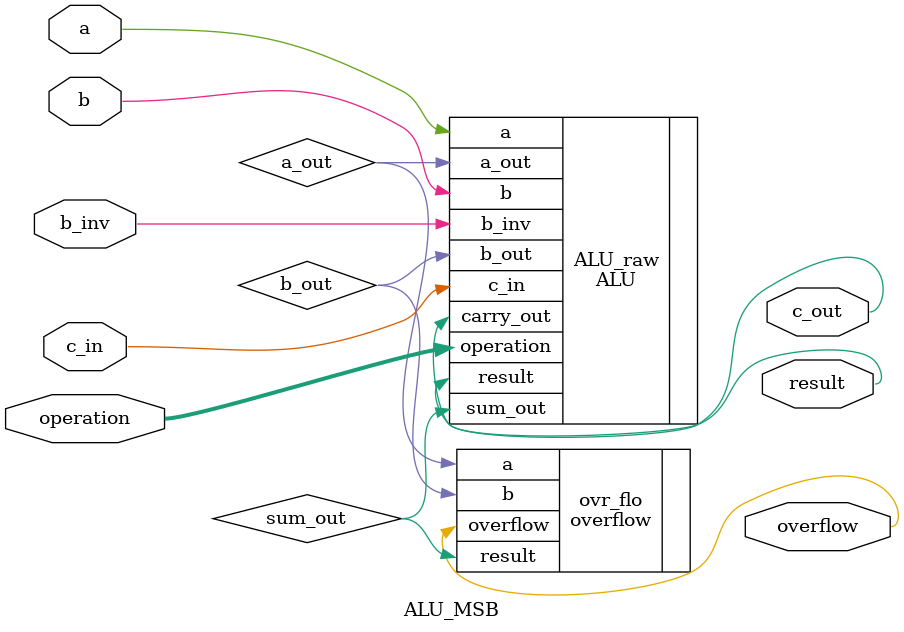
<source format=v>

module ALU_MSB(input a, input b, input b_inv, input c_in, input [1:0] operation, 
    output result, output c_out, output overflow);

    wire a_out, sum_out;

    ALU ALU_raw(.a(a), .b(b), .b_inv(b_inv), .c_in(c_in), .operation(operation), .result(result), 
        .carry_out(c_out), .a_out(a_out), .b_out(b_out), .sum_out(sum_out));

    overflow ovr_flo(.a(a_out), .b(b_out), .result(sum_out), .overflow(overflow));

endmodule

    
</source>
